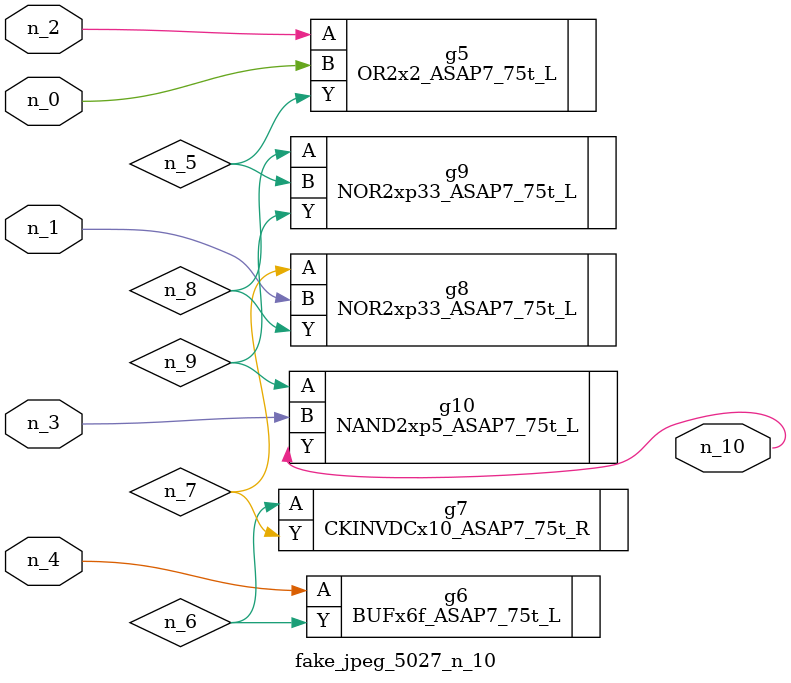
<source format=v>
module fake_jpeg_5027_n_10 (n_3, n_2, n_1, n_0, n_4, n_10);

input n_3;
input n_2;
input n_1;
input n_0;
input n_4;

output n_10;

wire n_8;
wire n_9;
wire n_6;
wire n_5;
wire n_7;

OR2x2_ASAP7_75t_L g5 ( 
.A(n_2),
.B(n_0),
.Y(n_5)
);

BUFx6f_ASAP7_75t_L g6 ( 
.A(n_4),
.Y(n_6)
);

CKINVDCx10_ASAP7_75t_R g7 ( 
.A(n_6),
.Y(n_7)
);

NOR2xp33_ASAP7_75t_L g8 ( 
.A(n_7),
.B(n_1),
.Y(n_8)
);

NOR2xp33_ASAP7_75t_L g9 ( 
.A(n_8),
.B(n_5),
.Y(n_9)
);

NAND2xp5_ASAP7_75t_L g10 ( 
.A(n_9),
.B(n_3),
.Y(n_10)
);


endmodule
</source>
